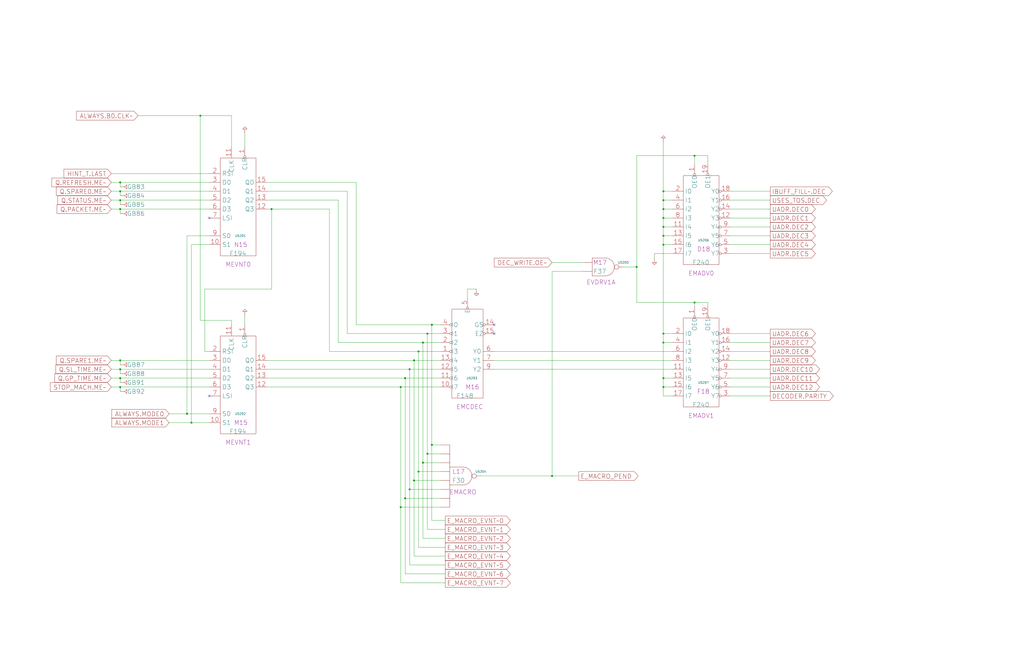
<source format=kicad_sch>
(kicad_sch (version 20211123) (generator eeschema)
  (paper "User" 584.2 378.46)
  (title_block (title "EARLY MACRO EVENTS") (date "22-MAY-90") (rev "1.0") (comment 1 "SEQUENCER") (comment 2 "232-003064") (comment 3 "S400") (comment 4 "RELEASED"))
  (lib_symbols
    (symbol "r1000:F148" (pin_names (offset 1.016))
      (property "Reference" "U" (at 2.54 5.08 0))
      (property "Value" "F148" (at -6.35 -5.08 0))
      (property "Location" "___" (at -1.27 0 0))
      (property "Name" "______" (at 1.27 -12.7 0))
      (symbol "F148_1_1"
        (circle (center -9.525 0) (radius 0.635))
        (circle (center -9.525 5.08) (radius 0.635))
        (circle (center -9.525 10.16) (radius 0.635))
        (circle (center -9.525 15.24) (radius 0.635))
        (circle (center -9.525 20.32) (radius 0.635))
        (circle (center -9.525 25.4) (radius 0.635))
        (circle (center -9.525 30.48) (radius 0.635))
        (circle (center -9.525 35.56) (radius 0.635))
        (rectangle (start -8.89 44.45) (end 8.89 -6.35))
        (circle (center 0 45.085) (radius 0.635))
        (circle (center 9.525 30.48) (radius 0.635))
        (circle (center 9.525 35.56) (radius 0.635))
        (pin input line (at -15.24 20.32 0) (length 5.08) (name "I3") (number "1"))
        (pin input line (at -15.24 0 0) (length 5.08) (name "I7") (number "10"))
        (pin input line (at -15.24 5.08 0) (length 5.08) (name "I6") (number "11"))
        (pin input line (at -15.24 10.16 0) (length 5.08) (name "I5") (number "12"))
        (pin input line (at -15.24 15.24 0) (length 5.08) (name "I4") (number "13"))
        (pin output line (at 15.24 35.56 180) (length 5.08) (name "GS") (number "14"))
        (pin output line (at 15.24 30.48 180) (length 5.08) (name "EZ") (number "15"))
        (pin input line (at -15.24 25.4 0) (length 5.08) (name "I2") (number "2"))
        (pin input line (at -15.24 30.48 0) (length 5.08) (name "I1") (number "3"))
        (pin input line (at -15.24 35.56 0) (length 5.08) (name "I0") (number "4"))
        (pin input line (at 0 50.8 270) (length 5.08) (name "E") (number "5"))
        (pin output line (at 15.24 20.32 180) (length 6.35) (name "Y0") (number "6"))
        (pin output line (at 15.24 15.24 180) (length 6.35) (name "Y1") (number "7"))
        (pin output line (at 15.24 10.16 180) (length 6.35) (name "Y2") (number "9"))
      )
    )
    (symbol "r1000:F194" (pin_names (offset 1.016))
      (property "Reference" "U" (at 2.54 5.08 0))
      (property "Value" "F194" (at -3.81 -5.08 0))
      (property "Location" "___" (at -1.27 0 0))
      (property "Name" "______" (at 1.27 -12.7 0))
      (symbol "F194_1_1"
        (rectangle (start -8.89 49.53) (end 11.43 -6.35))
        (circle (center 5.08 50.165) (radius 0.635))
        (pin input line (at 5.08 55.88 270) (length 5.08) (name "CLR") (number "1"))
        (pin input line (at -15.24 0 0) (length 6.35) (name "S1") (number "10"))
        (pin input line (at -2.54 55.88 270) (length 6.35) (name "CLK") (number "11"))
        (pin output line (at 17.78 20.32 180) (length 6.35) (name "Q3") (number "12"))
        (pin output line (at 17.78 25.4 180) (length 6.35) (name "Q2") (number "13"))
        (pin output line (at 17.78 30.48 180) (length 6.35) (name "Q1") (number "14"))
        (pin output line (at 17.78 35.56 180) (length 6.35) (name "Q0") (number "15"))
        (pin input line (at -15.24 40.64 0) (length 6.35) (name "RSI") (number "2"))
        (pin input line (at -15.24 35.56 0) (length 6.35) (name "D0") (number "3"))
        (pin input line (at -15.24 30.48 0) (length 6.35) (name "D1") (number "4"))
        (pin input line (at -15.24 25.4 0) (length 6.35) (name "D2") (number "5"))
        (pin input line (at -15.24 20.32 0) (length 6.35) (name "D3") (number "6"))
        (pin input line (at -15.24 15.24 0) (length 6.35) (name "LSI") (number "7"))
        (pin input line (at -15.24 5.08 0) (length 6.35) (name "S0") (number "9"))
      )
    )
    (symbol "r1000:F240" (pin_names (offset 1.016))
      (property "Reference" "U" (at 2.54 5.08 0))
      (property "Value" "F240" (at -3.81 -7.62 0))
      (property "Location" "___" (at -1.27 0 0))
      (property "Name" "______" (at 1.27 -15.24 0))
      (symbol "F240_1_1"
        (rectangle (start -8.89 41.91) (end 11.43 -8.89))
        (circle (center -2.54 42.545) (radius 0.635))
        (circle (center 5.08 42.545) (radius 0.635))
        (circle (center 12.065 -2.54) (radius 0.635))
        (circle (center 12.065 2.54) (radius 0.635))
        (circle (center 12.065 7.62) (radius 0.635))
        (circle (center 12.065 12.7) (radius 0.635))
        (circle (center 12.065 17.78) (radius 0.635))
        (circle (center 12.065 22.86) (radius 0.635))
        (circle (center 12.065 27.94) (radius 0.635))
        (circle (center 12.065 33.02) (radius 0.635))
        (pin input line (at -2.54 48.26 270) (length 5.08) (name "OE0") (number "1"))
        (pin input line (at -15.24 12.7 0) (length 6.35) (name "I4") (number "11"))
        (pin tri_state line (at 17.78 17.78 180) (length 5.08) (name "Y3") (number "12"))
        (pin input line (at -15.24 7.62 0) (length 6.35) (name "I5") (number "13"))
        (pin tri_state line (at 17.78 22.86 180) (length 5.08) (name "Y2") (number "14"))
        (pin input line (at -15.24 2.54 0) (length 6.35) (name "I6") (number "15"))
        (pin tri_state line (at 17.78 27.94 180) (length 5.08) (name "Y1") (number "16"))
        (pin input line (at -15.24 -2.54 0) (length 6.35) (name "I7") (number "17"))
        (pin tri_state line (at 17.78 33.02 180) (length 5.08) (name "Y0") (number "18"))
        (pin input line (at 5.08 48.26 270) (length 5.08) (name "OE1") (number "19"))
        (pin input line (at -15.24 33.02 0) (length 6.35) (name "I0") (number "2"))
        (pin tri_state line (at 17.78 -2.54 180) (length 5.08) (name "Y7") (number "3"))
        (pin input line (at -15.24 27.94 0) (length 6.35) (name "I1") (number "4"))
        (pin tri_state line (at 17.78 2.54 180) (length 5.08) (name "Y6") (number "5"))
        (pin input line (at -15.24 22.86 0) (length 6.35) (name "I2") (number "6"))
        (pin tri_state line (at 17.78 7.62 180) (length 5.08) (name "Y5") (number "7"))
        (pin input line (at -15.24 17.78 0) (length 6.35) (name "I3") (number "8"))
        (pin tri_state line (at 17.78 12.7 180) (length 5.08) (name "Y4") (number "9"))
      )
    )
    (symbol "r1000:F30" (pin_numbers hide) (pin_names hide)
      (property "Reference" "U" (at 15.24 2.54 0))
      (property "Value" "F30" (at 2.54 -2.54 0))
      (property "Location" "___" (at 2.54 2.54 0))
      (property "Name" "______" (at 5.08 -10.62 0))
      (symbol "F30_0_0"
        (polyline (pts (xy -2.54 -5.08) (xy 5.08 -5.08)) (stroke (width 0.1524)))
        (polyline (pts (xy -2.54 5.08) (xy 5.08 5.08)) (stroke (width 0.1524)))
        (arc (start 5.08 -5.08) (mid 8.6721 -3.5921) (end 10.16 0) (stroke (width 0.1524)))
        (arc (start 10.16 0) (mid 8.6721 3.5921) (end 5.08 5.08) (stroke (width 0.1524)))
        (circle (center 11.43 0) (radius 1.27) (stroke (width 0.1524)))
      )
      (symbol "F30_0_1"
        (polyline (pts (xy -2.54 -7.62) (xy -2.54 -17.78)) (stroke (width 0.1524)))
        (polyline (pts (xy -2.54 -5.08) (xy -2.54 -7.62)) (stroke (width 0.1524)))
        (polyline (pts (xy -2.54 5.08) (xy -2.54 -5.08)) (stroke (width 0.1524)))
        (polyline (pts (xy -2.54 7.62) (xy -2.54 5.08)) (stroke (width 0.1524)))
        (polyline (pts (xy -2.54 17.145) (xy -2.54 7.62)) (stroke (width 0.1524)))
        (polyline (pts (xy -2.54 17.78) (xy -2.54 17.145)) (stroke (width 0.1524)))
      )
      (symbol "F30_1_1"
        (pin input line (at -7.62 7.62 0) (length 5.08) (name "D0") (number "1"))
        (pin input line (at -7.62 17.78 0) (length 5.08) (name "D1") (number "11"))
        (pin input line (at -7.62 12.7 0) (length 5.08) (name "D2") (number "12"))
        (pin input line (at -7.62 2.54 0) (length 5.08) (name "D3") (number "2"))
        (pin input line (at -7.62 -2.54 0) (length 5.08) (name "D4") (number "3"))
        (pin input line (at -7.62 -7.62 0) (length 5.08) (name "D5") (number "4"))
        (pin input line (at -7.62 -12.7 0) (length 5.08) (name "D6") (number "5"))
        (pin input line (at -7.62 -17.78 0) (length 5.08) (name "D7") (number "6"))
        (pin output line (at 15.24 0 180) (length 2.54) (name "Q") (number "8"))
      )
    )
    (symbol "r1000:F37" (pin_numbers hide) (pin_names (offset 0) hide)
      (property "Reference" "U" (at 15.24 0 0))
      (property "Value" "F37" (at 1.905 -5.08 0))
      (property "Location" "___" (at 1.905 0 0))
      (property "Name" "______" (at 2.54 -12.7 0))
      (symbol "F37_0_1"
        (polyline (pts (xy -2.54 -7.62) (xy 5.08 -7.62)) (stroke (width 0.1524)))
        (polyline (pts (xy -2.54 2.54) (xy -2.54 -7.62)) (stroke (width 0.1524)))
        (polyline (pts (xy -2.54 2.54) (xy 5.08 2.54)) (stroke (width 0.1524)))
        (arc (start 5.08 -7.62) (mid 10.1282 -2.54) (end 5.08 2.54) (stroke (width 0.1524)))
        (circle (center 11.43 -2.54) (radius 1.27) (stroke (width 0.1524)))
      )
      (symbol "F37_0_2"
        (circle (center -3.81 -5.08) (radius 1.27) (stroke (width 0.1524)))
        (circle (center -3.81 0) (radius 1.27) (stroke (width 0.1524)))
        (arc (start -3.175 -7.62) (mid -2.134 -2.54) (end -3.175 2.54) (stroke (width 0.1524)))
        (polyline (pts (xy -3.175 -7.62) (xy 3.81 -7.62)) (stroke (width 0.1524)))
        (polyline (pts (xy -3.175 2.54) (xy 3.81 2.54)) (stroke (width 0.1524)))
        (arc (start 3.81 -7.62) (mid 7.5855 -5.8306) (end 10.16 -2.54) (stroke (width 0.1524)))
        (arc (start 10.16 -2.54) (mid 7.5827 0.7471) (end 3.81 2.54) (stroke (width 0.1524)))
      )
      (symbol "F37_1_1"
        (pin input line (at -7.62 0 0) (length 5.08) (name "D0") (number "1"))
        (pin input line (at -7.62 -5.08 0) (length 5.08) (name "D1") (number "2"))
        (pin output line (at 15.24 -2.54 180) (length 2.54) (name "Q") (number "3"))
      )
      (symbol "F37_1_2"
        (pin input line (at -7.62 0 0) (length 2.54) (name "D0") (number "1"))
        (pin input line (at -7.62 -5.08 0) (length 2.54) (name "D1") (number "2"))
        (pin output line (at 15.24 -2.54 180) (length 5.08) (name "Q") (number "3"))
      )
    )
    (symbol "r1000:GB" (pin_numbers hide) (pin_names (offset 0) hide)
      (property "Reference" "GB" (at 3.81 0 0))
      (symbol "GB_0_1"
        (polyline (pts (xy 2.54 0) (xy 3.81 1.27) (xy 3.81 -1.27) (xy 2.54 0)) (stroke (width 0.1524)))
      )
      (symbol "GB_1_1"
        (pin bidirectional line (at 0 0 0) (length 2.54) (name "") (number "1"))
      )
    )
    (symbol "r1000:PD" (power) (pin_numbers hide) (pin_names hide) (in_bom no)
      (symbol "PD_0_1"
        (polyline (pts (xy 0 -2.54) (xy 1.27 -2.54) (xy 0 -3.81) (xy -1.27 -2.54) (xy 0 -2.54)) (stroke (width 0.1524)))
      )
      (symbol "PD_1_1"
        (pin power_in line (at 0 0 270) (length 2.54) (name "PD") (number "1"))
      )
    )
    (symbol "r1000:PU" (power) (pin_numbers hide) (pin_names hide)
      (symbol "PU_0_1"
        (polyline (pts (xy 0 2.54) (xy -1.27 2.54) (xy 0 3.81) (xy 1.27 2.54) (xy 0 2.54)) (stroke (width 0.1524)))
      )
      (symbol "PU_1_1"
        (pin power_in line (at 0 0 90) (length 2.54) (name "PU") (number "1"))
      )
    )
  )
  (wire (pts (xy 106.68 134.62) (xy 119.38 134.62)))
  (wire (pts (xy 106.68 236.22) (xy 106.68 134.62)))
  (wire (pts (xy 109.22 139.7) (xy 119.38 139.7)))
  (wire (pts (xy 109.22 241.3) (xy 109.22 139.7)))
  (wire (pts (xy 114.3 66.04) (xy 114.3 182.88)))
  (wire (pts (xy 114.3 66.04) (xy 132.08 66.04)))
  (wire (pts (xy 116.84 165.1) (xy 116.84 200.66)))
  (wire (pts (xy 116.84 200.66) (xy 119.38 200.66)))
  (wire (pts (xy 119.38 236.22) (xy 106.68 236.22)))
  (wire (pts (xy 119.38 241.3) (xy 109.22 241.3)))
  (wire (pts (xy 132.08 182.88) (xy 114.3 182.88)))
  (wire (pts (xy 132.08 185.42) (xy 132.08 182.88)))
  (wire (pts (xy 132.08 66.04) (xy 132.08 83.82)))
  (wire (pts (xy 139.7 180.34) (xy 139.7 185.42)))
  (wire (pts (xy 139.7 76.2) (xy 139.7 83.82)))
  (wire (pts (xy 152.4 104.14) (xy 203.2 104.14)))
  (wire (pts (xy 152.4 109.22) (xy 198.12 109.22)))
  (wire (pts (xy 152.4 114.3) (xy 193.04 114.3)))
  (wire (pts (xy 152.4 119.38) (xy 154.94 119.38)))
  (wire (pts (xy 152.4 205.74) (xy 236.22 205.74)))
  (wire (pts (xy 152.4 210.82) (xy 233.68 210.82)))
  (wire (pts (xy 152.4 215.9) (xy 231.14 215.9)))
  (wire (pts (xy 152.4 220.98) (xy 228.6 220.98)))
  (wire (pts (xy 154.94 119.38) (xy 154.94 165.1)))
  (wire (pts (xy 154.94 119.38) (xy 187.96 119.38)))
  (wire (pts (xy 154.94 165.1) (xy 116.84 165.1)))
  (wire (pts (xy 187.96 119.38) (xy 187.96 200.66)))
  (wire (pts (xy 187.96 200.66) (xy 238.76 200.66)))
  (wire (pts (xy 193.04 114.3) (xy 193.04 195.58)))
  (wire (pts (xy 193.04 195.58) (xy 241.3 195.58)))
  (wire (pts (xy 198.12 109.22) (xy 198.12 190.5)))
  (wire (pts (xy 198.12 190.5) (xy 243.84 190.5)))
  (wire (pts (xy 203.2 104.14) (xy 203.2 185.42)))
  (wire (pts (xy 203.2 185.42) (xy 246.38 185.42)))
  (wire (pts (xy 228.6 220.98) (xy 228.6 289.56)))
  (wire (pts (xy 228.6 220.98) (xy 251.46 220.98)))
  (wire (pts (xy 228.6 289.56) (xy 228.6 332.74)))
  (wire (pts (xy 228.6 289.56) (xy 251.46 289.56)))
  (wire (pts (xy 228.6 332.74) (xy 254 332.74)))
  (wire (pts (xy 231.14 215.9) (xy 231.14 284.48)))
  (wire (pts (xy 231.14 215.9) (xy 251.46 215.9)))
  (wire (pts (xy 231.14 284.48) (xy 231.14 327.66)))
  (wire (pts (xy 231.14 284.48) (xy 251.46 284.48)))
  (wire (pts (xy 231.14 327.66) (xy 254 327.66)))
  (wire (pts (xy 233.68 210.82) (xy 233.68 279.4)))
  (wire (pts (xy 233.68 210.82) (xy 251.46 210.82)))
  (wire (pts (xy 233.68 279.4) (xy 233.68 322.58)))
  (wire (pts (xy 233.68 279.4) (xy 251.46 279.4)))
  (wire (pts (xy 233.68 322.58) (xy 254 322.58)))
  (wire (pts (xy 236.22 205.74) (xy 236.22 274.32)))
  (wire (pts (xy 236.22 205.74) (xy 251.46 205.74)))
  (wire (pts (xy 236.22 274.32) (xy 236.22 317.5)))
  (wire (pts (xy 236.22 274.32) (xy 251.46 274.32)))
  (wire (pts (xy 236.22 317.5) (xy 254 317.5)))
  (wire (pts (xy 238.76 200.66) (xy 238.76 269.24)))
  (wire (pts (xy 238.76 200.66) (xy 251.46 200.66)))
  (wire (pts (xy 238.76 269.24) (xy 238.76 312.42)))
  (wire (pts (xy 238.76 269.24) (xy 251.46 269.24)))
  (wire (pts (xy 238.76 312.42) (xy 254 312.42)))
  (wire (pts (xy 241.3 195.58) (xy 241.3 264.16)))
  (wire (pts (xy 241.3 195.58) (xy 251.46 195.58)))
  (wire (pts (xy 241.3 264.16) (xy 241.3 307.34)))
  (wire (pts (xy 241.3 264.16) (xy 251.46 264.16)))
  (wire (pts (xy 241.3 307.34) (xy 254 307.34)))
  (wire (pts (xy 243.84 190.5) (xy 243.84 259.08)))
  (wire (pts (xy 243.84 190.5) (xy 251.46 190.5)))
  (wire (pts (xy 243.84 259.08) (xy 243.84 302.26)))
  (wire (pts (xy 243.84 259.08) (xy 251.46 259.08)))
  (wire (pts (xy 243.84 302.26) (xy 254 302.26)))
  (wire (pts (xy 246.38 185.42) (xy 246.38 254)))
  (wire (pts (xy 246.38 185.42) (xy 251.46 185.42)))
  (wire (pts (xy 246.38 254) (xy 246.38 297.18)))
  (wire (pts (xy 246.38 254) (xy 251.46 254)))
  (wire (pts (xy 246.38 297.18) (xy 254 297.18)))
  (wire (pts (xy 266.7 165.1) (xy 271.78 165.1)))
  (wire (pts (xy 266.7 170.18) (xy 266.7 165.1)))
  (wire (pts (xy 274.32 271.78) (xy 314.96 271.78)))
  (wire (pts (xy 281.94 200.66) (xy 383.54 200.66)))
  (wire (pts (xy 281.94 205.74) (xy 383.54 205.74)))
  (wire (pts (xy 281.94 210.82) (xy 383.54 210.82)))
  (wire (pts (xy 314.96 149.86) (xy 332.74 149.86)))
  (wire (pts (xy 314.96 154.94) (xy 332.74 154.94)))
  (wire (pts (xy 314.96 271.78) (xy 314.96 154.94)))
  (wire (pts (xy 314.96 271.78) (xy 330.2 271.78)))
  (wire (pts (xy 355.6 152.4) (xy 363.22 152.4)))
  (wire (pts (xy 363.22 152.4) (xy 363.22 88.9)))
  (wire (pts (xy 363.22 172.72) (xy 363.22 152.4)))
  (wire (pts (xy 363.22 88.9) (xy 396.24 88.9)))
  (wire (pts (xy 373.38 144.78) (xy 373.38 147.32)))
  (wire (pts (xy 378.46 109.22) (xy 378.46 81.28)))
  (wire (pts (xy 378.46 109.22) (xy 383.54 109.22)))
  (wire (pts (xy 378.46 114.3) (xy 378.46 109.22)))
  (wire (pts (xy 378.46 114.3) (xy 383.54 114.3)))
  (wire (pts (xy 378.46 119.38) (xy 378.46 114.3)))
  (wire (pts (xy 378.46 119.38) (xy 383.54 119.38)))
  (wire (pts (xy 378.46 124.46) (xy 378.46 119.38)))
  (wire (pts (xy 378.46 124.46) (xy 383.54 124.46)))
  (wire (pts (xy 378.46 129.54) (xy 378.46 124.46)))
  (wire (pts (xy 378.46 129.54) (xy 383.54 129.54)))
  (wire (pts (xy 378.46 134.62) (xy 378.46 129.54)))
  (wire (pts (xy 378.46 134.62) (xy 383.54 134.62)))
  (wire (pts (xy 378.46 139.7) (xy 378.46 134.62)))
  (wire (pts (xy 378.46 139.7) (xy 383.54 139.7)))
  (wire (pts (xy 378.46 190.5) (xy 378.46 139.7)))
  (wire (pts (xy 378.46 190.5) (xy 383.54 190.5)))
  (wire (pts (xy 378.46 195.58) (xy 378.46 190.5)))
  (wire (pts (xy 378.46 195.58) (xy 383.54 195.58)))
  (wire (pts (xy 378.46 215.9) (xy 378.46 195.58)))
  (wire (pts (xy 378.46 215.9) (xy 383.54 215.9)))
  (wire (pts (xy 378.46 220.98) (xy 378.46 215.9)))
  (wire (pts (xy 378.46 220.98) (xy 383.54 220.98)))
  (wire (pts (xy 378.46 226.06) (xy 378.46 220.98)))
  (wire (pts (xy 383.54 144.78) (xy 373.38 144.78)))
  (wire (pts (xy 383.54 226.06) (xy 378.46 226.06)))
  (wire (pts (xy 396.24 172.72) (xy 363.22 172.72)))
  (wire (pts (xy 396.24 172.72) (xy 396.24 175.26)))
  (wire (pts (xy 396.24 88.9) (xy 396.24 93.98)))
  (wire (pts (xy 403.86 172.72) (xy 396.24 172.72)))
  (wire (pts (xy 403.86 175.26) (xy 403.86 172.72)))
  (wire (pts (xy 403.86 88.9) (xy 396.24 88.9)))
  (wire (pts (xy 403.86 93.98) (xy 403.86 88.9)))
  (wire (pts (xy 416.56 109.22) (xy 439.42 109.22)))
  (wire (pts (xy 416.56 114.3) (xy 439.42 114.3)))
  (wire (pts (xy 416.56 119.38) (xy 439.42 119.38)))
  (wire (pts (xy 416.56 124.46) (xy 439.42 124.46)))
  (wire (pts (xy 416.56 129.54) (xy 439.42 129.54)))
  (wire (pts (xy 416.56 134.62) (xy 439.42 134.62)))
  (wire (pts (xy 416.56 139.7) (xy 439.42 139.7)))
  (wire (pts (xy 416.56 144.78) (xy 439.42 144.78)))
  (wire (pts (xy 416.56 190.5) (xy 439.42 190.5)))
  (wire (pts (xy 416.56 195.58) (xy 439.42 195.58)))
  (wire (pts (xy 416.56 200.66) (xy 439.42 200.66)))
  (wire (pts (xy 416.56 205.74) (xy 439.42 205.74)))
  (wire (pts (xy 416.56 210.82) (xy 439.42 210.82)))
  (wire (pts (xy 416.56 215.9) (xy 439.42 215.9)))
  (wire (pts (xy 416.56 220.98) (xy 439.42 220.98)))
  (wire (pts (xy 416.56 226.06) (xy 439.42 226.06)))
  (wire (pts (xy 63.5 104.14) (xy 68.58 104.14)))
  (wire (pts (xy 63.5 109.22) (xy 68.58 109.22)))
  (wire (pts (xy 63.5 114.3) (xy 68.58 114.3)))
  (wire (pts (xy 63.5 119.38) (xy 68.58 119.38)))
  (wire (pts (xy 63.5 205.74) (xy 68.58 205.74)))
  (wire (pts (xy 63.5 210.82) (xy 68.58 210.82)))
  (wire (pts (xy 63.5 215.9) (xy 68.58 215.9)))
  (wire (pts (xy 63.5 220.98) (xy 68.58 220.98)))
  (wire (pts (xy 63.5 99.06) (xy 119.38 99.06)))
  (wire (pts (xy 68.58 104.14) (xy 119.38 104.14)))
  (wire (pts (xy 68.58 104.14) (xy 68.58 106.68)))
  (wire (pts (xy 68.58 109.22) (xy 119.38 109.22)))
  (wire (pts (xy 68.58 109.22) (xy 68.58 111.76)))
  (wire (pts (xy 68.58 114.3) (xy 119.38 114.3)))
  (wire (pts (xy 68.58 114.3) (xy 68.58 116.84)))
  (wire (pts (xy 68.58 119.38) (xy 119.38 119.38)))
  (wire (pts (xy 68.58 119.38) (xy 68.58 121.92)))
  (wire (pts (xy 68.58 205.74) (xy 119.38 205.74)))
  (wire (pts (xy 68.58 205.74) (xy 68.58 208.28)))
  (wire (pts (xy 68.58 210.82) (xy 119.38 210.82)))
  (wire (pts (xy 68.58 210.82) (xy 68.58 213.36)))
  (wire (pts (xy 68.58 215.9) (xy 119.38 215.9)))
  (wire (pts (xy 68.58 215.9) (xy 68.58 218.44)))
  (wire (pts (xy 68.58 220.98) (xy 119.38 220.98)))
  (wire (pts (xy 68.58 220.98) (xy 68.58 223.52)))
  (wire (pts (xy 78.74 66.04) (xy 114.3 66.04)))
  (wire (pts (xy 96.52 236.22) (xy 106.68 236.22)))
  (wire (pts (xy 96.52 241.3) (xy 109.22 241.3)))
  (global_label "HINT_T.LAST" (shape input) (at 63.5 99.06 180) (effects (font (size 2.54 2.54))) (property "Intersheet References" "${INTERSHEET_REFS}" (at 36.5397 98.9013 0) (effects (font (size 2.54 2.54)) (justify right))))
  (global_label "Q.REFRESH.ME~" (shape input) (at 63.5 104.14 180) (effects (font (size 2.54 2.54))) (property "Intersheet References" "${INTERSHEET_REFS}" (at 29.6454 103.9813 0) (effects (font (size 2.54 2.54)) (justify right))))
  (global_label "Q.SPARE0.ME~" (shape input) (at 63.5 109.22 180) (effects (font (size 2.54 2.54))) (property "Intersheet References" "${INTERSHEET_REFS}" (at 32.1854 109.0613 0) (effects (font (size 2.54 2.54)) (justify right))))
  (global_label "Q.STATUS.ME~" (shape input) (at 63.5 114.3 180) (effects (font (size 2.54 2.54))) (property "Intersheet References" "${INTERSHEET_REFS}" (at 33.0321 114.1413 0) (effects (font (size 2.54 2.54)) (justify right))))
  (global_label "Q.PACKET.ME~" (shape input) (at 63.5 119.38 180) (effects (font (size 2.54 2.54))) (property "Intersheet References" "${INTERSHEET_REFS}" (at 32.5483 119.2213 0) (effects (font (size 2.54 2.54)) (justify right))))
  (global_label "Q.SPARE1.ME~" (shape input) (at 63.5 205.74 180) (effects (font (size 2.54 2.54))) (property "Intersheet References" "${INTERSHEET_REFS}" (at 32.1854 205.5813 0) (effects (font (size 2.54 2.54)) (justify right))))
  (global_label "Q.SL_TIME.ME~" (shape input) (at 63.5 210.82 180) (effects (font (size 2.54 2.54))) (property "Intersheet References" "${INTERSHEET_REFS}" (at 31.8226 210.6613 0) (effects (font (size 2.54 2.54)) (justify right))))
  (global_label "Q.GP_TIME.ME~" (shape input) (at 63.5 215.9 180) (effects (font (size 2.54 2.54))) (property "Intersheet References" "${INTERSHEET_REFS}" (at 31.2178 215.7413 0) (effects (font (size 2.54 2.54)) (justify right))))
  (global_label "STOP_MACH.ME~" (shape input) (at 63.5 220.98 180) (effects (font (size 2.54 2.54))) (property "Intersheet References" "${INTERSHEET_REFS}" (at 28.6778 220.8213 0) (effects (font (size 2.54 2.54)) (justify right))))
  (junction (at 68.58 104.14))
  (symbol (lib_id "r1000:GB") (at 68.58 106.68 0) (unit 1)
    (property "Reference" "GB83" (at 72.39 106.68 0) (effects (font (size 2.54 2.54)) (justify left)))
    (property "Value" "GB" (effects hide))
  )
  (junction (at 68.58 109.22))
  (symbol (lib_id "r1000:GB") (at 68.58 111.76 0) (unit 1)
    (property "Reference" "GB84" (at 72.39 111.76 0) (effects (font (size 2.54 2.54)) (justify left)))
    (property "Value" "GB" (effects hide))
  )
  (junction (at 68.58 114.3))
  (symbol (lib_id "r1000:GB") (at 68.58 116.84 0) (unit 1)
    (property "Reference" "GB85" (at 72.39 116.84 0) (effects (font (size 2.54 2.54)) (justify left)))
    (property "Value" "GB" (effects hide))
  )
  (junction (at 68.58 119.38))
  (symbol (lib_id "r1000:GB") (at 68.58 121.92 0) (unit 1)
    (property "Reference" "GB86" (at 72.39 121.92 0) (effects (font (size 2.54 2.54)) (justify left)))
    (property "Value" "GB" (effects hide))
  )
  (junction (at 68.58 205.74))
  (symbol (lib_id "r1000:GB") (at 68.58 208.28 0) (unit 1)
    (property "Reference" "GB87" (at 72.39 208.28 0) (effects (font (size 2.54 2.54)) (justify left)))
    (property "Value" "GB" (effects hide))
  )
  (junction (at 68.58 210.82))
  (symbol (lib_id "r1000:GB") (at 68.58 213.36 0) (unit 1)
    (property "Reference" "GB88" (at 72.39 213.36 0) (effects (font (size 2.54 2.54)) (justify left)))
    (property "Value" "GB" (effects hide))
  )
  (junction (at 68.58 215.9))
  (symbol (lib_id "r1000:GB") (at 68.58 218.44 0) (unit 1)
    (property "Reference" "GB91" (at 72.39 218.44 0) (effects (font (size 2.54 2.54)) (justify left)))
    (property "Value" "GB" (effects hide))
  )
  (junction (at 68.58 220.98))
  (symbol (lib_id "r1000:GB") (at 68.58 223.52 0) (unit 1)
    (property "Reference" "GB92" (at 72.39 223.52 0) (effects (font (size 2.54 2.54)) (justify left)))
    (property "Value" "GB" (effects hide))
  )
  (global_label "ALWAYS.B0.CLK~" (shape input) (at 78.74 66.04 180) (effects (font (size 2.54 2.54))) (property "Intersheet References" "${INTERSHEET_REFS}" (at 43.6759 65.8813 0) (effects (font (size 2.54 2.54)) (justify right))))
  (global_label "ALWAYS.MODE0" (shape input) (at 96.52 236.22 180) (effects (font (size 2.54 2.54))) (property "Intersheet References" "${INTERSHEET_REFS}" (at 63.754 236.0613 0) (effects (font (size 2.54 2.54)) (justify right))))
  (global_label "ALWAYS.MODE1" (shape input) (at 96.52 241.3 180) (effects (font (size 2.54 2.54))) (property "Intersheet References" "${INTERSHEET_REFS}" (at 63.754 241.1413 0) (effects (font (size 2.54 2.54)) (justify right))))
  (junction (at 106.68 236.22))
  (junction (at 109.22 241.3))
  (junction (at 114.3 66.04))
  (no_connect (at 119.38 124.46))
  (no_connect (at 119.38 226.06))
  (symbol (lib_id "r1000:F194") (at 134.62 139.7 0) (unit 1)
    (property "Reference" "U5201" (at 137.16 134.62 0))
    (property "Value" "F194" (at 130.81 144.78 0) (effects (font (size 2.54 2.54)) (justify left)))
    (property "Location" "N15" (at 133.35 139.7 0) (effects (font (size 2.54 2.54)) (justify left)))
    (property "Name" "MEVNT0" (at 135.89 152.4 0) (effects (font (size 2.54 2.54)) (justify bottom)))
  )
  (symbol (lib_id "r1000:F194") (at 134.62 241.3 0) (unit 1)
    (property "Reference" "U5202" (at 137.16 236.22 0))
    (property "Value" "F194" (at 130.81 246.38 0) (effects (font (size 2.54 2.54)) (justify left)))
    (property "Location" "M15" (at 133.35 241.3 0) (effects (font (size 2.54 2.54)) (justify left)))
    (property "Name" "MEVNT1" (at 135.89 254 0) (effects (font (size 2.54 2.54)) (justify bottom)))
  )
  (symbol (lib_id "r1000:PU") (at 139.7 76.2 0) (unit 1)
    (property "Reference" "#PWR05201" (effects hide))
    (property "Value" "PU" (effects hide))
  )
  (symbol (lib_id "r1000:PU") (at 139.7 180.34 0) (unit 1)
    (property "Reference" "#PWR05202" (effects hide))
    (property "Value" "PU" (effects hide))
  )
  (junction (at 154.94 119.38))
  (junction (at 228.6 220.98))
  (junction (at 228.6 289.56))
  (junction (at 231.14 215.9))
  (junction (at 231.14 284.48))
  (junction (at 233.68 210.82))
  (junction (at 233.68 279.4))
  (junction (at 236.22 205.74))
  (junction (at 236.22 274.32))
  (junction (at 238.76 200.66))
  (junction (at 238.76 269.24))
  (junction (at 241.3 195.58))
  (junction (at 241.3 264.16))
  (junction (at 243.84 190.5))
  (junction (at 243.84 259.08))
  (junction (at 246.38 185.42))
  (junction (at 246.38 254))
  (global_label "E_MACRO_EVNT~0" (shape output) (at 254 297.18 0) (effects (font (size 2.54 2.54))) (property "Intersheet References" "${INTERSHEET_REFS}" (at 291.1203 297.0213 0) (effects (font (size 2.54 2.54)) (justify left))))
  (global_label "E_MACRO_EVNT~1" (shape output) (at 254 302.26 0) (effects (font (size 2.54 2.54))) (property "Intersheet References" "${INTERSHEET_REFS}" (at 291.1203 302.1013 0) (effects (font (size 2.54 2.54)) (justify left))))
  (global_label "E_MACRO_EVNT~2" (shape output) (at 254 307.34 0) (effects (font (size 2.54 2.54))) (property "Intersheet References" "${INTERSHEET_REFS}" (at 291.1203 307.1813 0) (effects (font (size 2.54 2.54)) (justify left))))
  (global_label "E_MACRO_EVNT~3" (shape output) (at 254 312.42 0) (effects (font (size 2.54 2.54))) (property "Intersheet References" "${INTERSHEET_REFS}" (at 291.1203 312.2613 0) (effects (font (size 2.54 2.54)) (justify left))))
  (global_label "E_MACRO_EVNT~4" (shape output) (at 254 317.5 0) (effects (font (size 2.54 2.54))) (property "Intersheet References" "${INTERSHEET_REFS}" (at 291.1203 317.3413 0) (effects (font (size 2.54 2.54)) (justify left))))
  (global_label "E_MACRO_EVNT~5" (shape output) (at 254 322.58 0) (effects (font (size 2.54 2.54))) (property "Intersheet References" "${INTERSHEET_REFS}" (at 291.1203 322.4213 0) (effects (font (size 2.54 2.54)) (justify left))))
  (global_label "E_MACRO_EVNT~6" (shape output) (at 254 327.66 0) (effects (font (size 2.54 2.54))) (property "Intersheet References" "${INTERSHEET_REFS}" (at 291.1203 327.5013 0) (effects (font (size 2.54 2.54)) (justify left))))
  (global_label "E_MACRO_EVNT~7" (shape output) (at 254 332.74 0) (effects (font (size 2.54 2.54))) (property "Intersheet References" "${INTERSHEET_REFS}" (at 291.1203 332.5813 0) (effects (font (size 2.54 2.54)) (justify left))))
  (symbol (lib_id "r1000:F30") (at 259.08 271.78 0) (unit 1)
    (property "Reference" "U5204" (at 274.32 269.24 0))
    (property "Value" "F30" (at 261.62 274.32 0) (effects (font (size 2.54 2.54))))
    (property "Location" "L17" (at 261.62 269.24 0) (effects (font (size 2.54 2.54))))
    (property "Name" "EMACRO" (at 264.16 282.4 0) (effects (font (size 2.54 2.54)) (justify bottom)))
  )
  (symbol (lib_id "r1000:F148") (at 266.7 220.98 0) (unit 1)
    (property "Reference" "U5203" (at 269.24 215.9 0))
    (property "Value" "F148" (at 260.35 226.06 0) (effects (font (size 2.54 2.54)) (justify left)))
    (property "Location" "M16" (at 265.43 220.98 0) (effects (font (size 2.54 2.54)) (justify left)))
    (property "Name" "EMCDEC" (at 267.97 233.68 0) (effects (font (size 2.54 2.54)) (justify bottom)))
  )
  (symbol (lib_id "r1000:PD") (at 271.78 165.1 0) (unit 1) (in_bom no)
    (property "Reference" "#PWR05203" (effects hide))
    (property "Value" "PD" (effects hide))
  )
  (no_connect (at 281.94 185.42))
  (no_connect (at 281.94 190.5))
  (global_label "DEC_WRITE.OE~" (shape input) (at 314.96 149.86 180) (effects (font (size 2.54 2.54))) (property "Intersheet References" "${INTERSHEET_REFS}" (at 281.9521 149.7013 0) (effects (font (size 2.54 2.54)) (justify right))))
  (junction (at 314.96 271.78))
  (global_label "E_MACRO_PEND" (shape output) (at 330.2 271.78 0) (effects (font (size 2.54 2.54))) (property "Intersheet References" "${INTERSHEET_REFS}" (at 364.0546 271.6213 0) (effects (font (size 2.54 2.54)) (justify left))))
  (symbol (lib_id "r1000:F37") (at 340.36 149.86 0) (unit 1)
    (property "Reference" "U5205" (at 355.6 149.86 0))
    (property "Value" "F37" (at 342.265 154.94 0) (effects (font (size 2.54 2.54))))
    (property "Location" "M17" (at 342.265 149.86 0) (effects (font (size 2.54 2.54))))
    (property "Name" "EVDRV1A" (at 342.9 162.56 0) (effects (font (size 2.54 2.54)) (justify bottom)))
  )
  (junction (at 363.22 152.4))
  (symbol (lib_id "r1000:PD") (at 373.38 147.32 0) (unit 1) (in_bom no)
    (property "Reference" "#PWR05204" (effects hide))
    (property "Value" "PD" (effects hide))
  )
  (symbol (lib_id "r1000:PU") (at 378.46 81.28 0) (unit 1)
    (property "Reference" "#PWR05205" (effects hide))
    (property "Value" "PU" (effects hide))
  )
  (junction (at 378.46 109.22))
  (junction (at 378.46 114.3))
  (junction (at 378.46 119.38))
  (junction (at 378.46 124.46))
  (junction (at 378.46 129.54))
  (junction (at 378.46 134.62))
  (junction (at 378.46 139.7))
  (junction (at 378.46 190.5))
  (junction (at 378.46 195.58))
  (junction (at 378.46 215.9))
  (junction (at 378.46 220.98))
  (junction (at 396.24 88.9))
  (junction (at 396.24 172.72))
  (symbol (lib_id "r1000:F240") (at 398.78 142.24 0) (unit 1)
    (property "Reference" "U5206" (at 401.32 137.16 0))
    (property "Value" "F240" (at 394.97 149.86 0) (effects (font (size 2.54 2.54)) (justify left)))
    (property "Location" "D18" (at 397.51 142.24 0) (effects (font (size 2.54 2.54)) (justify left)))
    (property "Name" "EMADV0" (at 400.05 157.48 0) (effects (font (size 2.54 2.54)) (justify bottom)))
  )
  (symbol (lib_id "r1000:F240") (at 398.78 223.52 0) (unit 1)
    (property "Reference" "U5207" (at 401.32 218.44 0))
    (property "Value" "F240" (at 394.97 231.14 0) (effects (font (size 2.54 2.54)) (justify left)))
    (property "Location" "F18" (at 397.51 223.52 0) (effects (font (size 2.54 2.54)) (justify left)))
    (property "Name" "EMADV1" (at 400.05 238.76 0) (effects (font (size 2.54 2.54)) (justify bottom)))
  )
  (global_label "IBUFF_FILL~.DEC" (shape output) (at 439.42 109.22 0) (effects (font (size 2.54 2.54))) (property "Intersheet References" "${INTERSHEET_REFS}" (at 474.847 109.0613 0) (effects (font (size 2.54 2.54)) (justify left))))
  (global_label "USES_TOS.DEC" (shape output) (at 439.42 114.3 0) (effects (font (size 2.54 2.54))) (property "Intersheet References" "${INTERSHEET_REFS}" (at 471.5812 114.1413 0) (effects (font (size 2.54 2.54)) (justify left))))
  (global_label "UADR.DEC0" (shape output) (at 439.42 119.38 0) (effects (font (size 2.54 2.54))) (property "Intersheet References" "${INTERSHEET_REFS}" (at 465.1708 119.2213 0) (effects (font (size 2.54 2.54)) (justify left))))
  (global_label "UADR.DEC1" (shape output) (at 439.42 124.46 0) (effects (font (size 2.54 2.54))) (property "Intersheet References" "${INTERSHEET_REFS}" (at 465.1708 124.3013 0) (effects (font (size 2.54 2.54)) (justify left))))
  (global_label "UADR.DEC2" (shape output) (at 439.42 129.54 0) (effects (font (size 2.54 2.54))) (property "Intersheet References" "${INTERSHEET_REFS}" (at 465.1708 129.3813 0) (effects (font (size 2.54 2.54)) (justify left))))
  (global_label "UADR.DEC3" (shape output) (at 439.42 134.62 0) (effects (font (size 2.54 2.54))) (property "Intersheet References" "${INTERSHEET_REFS}" (at 465.1708 134.4613 0) (effects (font (size 2.54 2.54)) (justify left))))
  (global_label "UADR.DEC4" (shape output) (at 439.42 139.7 0) (effects (font (size 2.54 2.54))) (property "Intersheet References" "${INTERSHEET_REFS}" (at 465.1708 139.5413 0) (effects (font (size 2.54 2.54)) (justify left))))
  (global_label "UADR.DEC5" (shape output) (at 439.42 144.78 0) (effects (font (size 2.54 2.54))) (property "Intersheet References" "${INTERSHEET_REFS}" (at 465.1708 144.6213 0) (effects (font (size 2.54 2.54)) (justify left))))
  (global_label "UADR.DEC6" (shape output) (at 439.42 190.5 0) (effects (font (size 2.54 2.54))) (property "Intersheet References" "${INTERSHEET_REFS}" (at 465.1708 190.3413 0) (effects (font (size 2.54 2.54)) (justify left))))
  (global_label "UADR.DEC7" (shape output) (at 439.42 195.58 0) (effects (font (size 2.54 2.54))) (property "Intersheet References" "${INTERSHEET_REFS}" (at 465.1708 195.4213 0) (effects (font (size 2.54 2.54)) (justify left))))
  (global_label "UADR.DEC8" (shape output) (at 439.42 200.66 0) (effects (font (size 2.54 2.54))) (property "Intersheet References" "${INTERSHEET_REFS}" (at 465.1708 200.5013 0) (effects (font (size 2.54 2.54)) (justify left))))
  (global_label "UADR.DEC9" (shape output) (at 439.42 205.74 0) (effects (font (size 2.54 2.54))) (property "Intersheet References" "${INTERSHEET_REFS}" (at 465.1708 205.5813 0) (effects (font (size 2.54 2.54)) (justify left))))
  (global_label "UADR.DEC10" (shape output) (at 439.42 210.82 0) (effects (font (size 2.54 2.54))) (property "Intersheet References" "${INTERSHEET_REFS}" (at 465.1708 210.6613 0) (effects (font (size 2.54 2.54)) (justify left))))
  (global_label "UADR.DEC11" (shape output) (at 439.42 215.9 0) (effects (font (size 2.54 2.54))) (property "Intersheet References" "${INTERSHEET_REFS}" (at 465.1708 215.7413 0) (effects (font (size 2.54 2.54)) (justify left))))
  (global_label "UADR.DEC12" (shape output) (at 439.42 220.98 0) (effects (font (size 2.54 2.54))) (property "Intersheet References" "${INTERSHEET_REFS}" (at 465.1708 220.8213 0) (effects (font (size 2.54 2.54)) (justify left))))
  (global_label "DECODER.PARITY" (shape output) (at 439.42 226.06 0) (effects (font (size 2.54 2.54))) (property "Intersheet References" "${INTERSHEET_REFS}" (at 475.4517 225.9013 0) (effects (font (size 2.54 2.54)) (justify left))))
)
</source>
